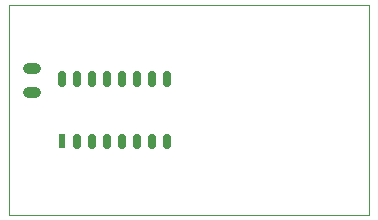
<source format=gtp>
G75*
%MOIN*%
%OFA0B0*%
%FSLAX25Y25*%
%IPPOS*%
%LPD*%
%AMOC8*
5,1,8,0,0,1.08239X$1,22.5*
%
%ADD10C,0.00000*%
%ADD11C,0.03564*%
%ADD12R,0.02362X0.05118*%
%ADD13C,0.02339*%
D10*
X0001250Y0001000D02*
X0001250Y0071000D01*
X0121250Y0071000D01*
X0121250Y0001000D01*
X0001250Y0001000D01*
D11*
X0009968Y0042032D02*
X0009968Y0042068D01*
X0009968Y0042032D02*
X0007532Y0042032D01*
X0007532Y0042068D01*
X0009968Y0042068D01*
X0009968Y0049932D02*
X0009968Y0049968D01*
X0009968Y0049932D02*
X0007532Y0049932D01*
X0007532Y0049968D01*
X0009968Y0049968D01*
D12*
X0018750Y0025567D03*
D13*
X0023762Y0026957D02*
X0023762Y0024177D01*
X0023738Y0024177D01*
X0023738Y0026957D01*
X0023762Y0026957D01*
X0023762Y0026515D02*
X0023738Y0026515D01*
X0028762Y0026957D02*
X0028762Y0024177D01*
X0028738Y0024177D01*
X0028738Y0026957D01*
X0028762Y0026957D01*
X0028762Y0026515D02*
X0028738Y0026515D01*
X0033762Y0026957D02*
X0033762Y0024177D01*
X0033738Y0024177D01*
X0033738Y0026957D01*
X0033762Y0026957D01*
X0033762Y0026515D02*
X0033738Y0026515D01*
X0038762Y0026957D02*
X0038762Y0024177D01*
X0038738Y0024177D01*
X0038738Y0026957D01*
X0038762Y0026957D01*
X0038762Y0026515D02*
X0038738Y0026515D01*
X0043762Y0026957D02*
X0043762Y0024177D01*
X0043738Y0024177D01*
X0043738Y0026957D01*
X0043762Y0026957D01*
X0043762Y0026515D02*
X0043738Y0026515D01*
X0048762Y0026957D02*
X0048762Y0024177D01*
X0048738Y0024177D01*
X0048738Y0026957D01*
X0048762Y0026957D01*
X0048762Y0026515D02*
X0048738Y0026515D01*
X0053762Y0026957D02*
X0053762Y0024177D01*
X0053738Y0024177D01*
X0053738Y0026957D01*
X0053762Y0026957D01*
X0053762Y0026515D02*
X0053738Y0026515D01*
X0053762Y0045043D02*
X0053762Y0047823D01*
X0053762Y0045043D02*
X0053738Y0045043D01*
X0053738Y0047823D01*
X0053762Y0047823D01*
X0053762Y0047381D02*
X0053738Y0047381D01*
X0048762Y0047823D02*
X0048762Y0045043D01*
X0048738Y0045043D01*
X0048738Y0047823D01*
X0048762Y0047823D01*
X0048762Y0047381D02*
X0048738Y0047381D01*
X0043762Y0047823D02*
X0043762Y0045043D01*
X0043738Y0045043D01*
X0043738Y0047823D01*
X0043762Y0047823D01*
X0043762Y0047381D02*
X0043738Y0047381D01*
X0038762Y0047823D02*
X0038762Y0045043D01*
X0038738Y0045043D01*
X0038738Y0047823D01*
X0038762Y0047823D01*
X0038762Y0047381D02*
X0038738Y0047381D01*
X0033762Y0047823D02*
X0033762Y0045043D01*
X0033738Y0045043D01*
X0033738Y0047823D01*
X0033762Y0047823D01*
X0033762Y0047381D02*
X0033738Y0047381D01*
X0028762Y0047823D02*
X0028762Y0045043D01*
X0028738Y0045043D01*
X0028738Y0047823D01*
X0028762Y0047823D01*
X0028762Y0047381D02*
X0028738Y0047381D01*
X0023762Y0047823D02*
X0023762Y0045043D01*
X0023738Y0045043D01*
X0023738Y0047823D01*
X0023762Y0047823D01*
X0023762Y0047381D02*
X0023738Y0047381D01*
X0018762Y0047823D02*
X0018762Y0045043D01*
X0018738Y0045043D01*
X0018738Y0047823D01*
X0018762Y0047823D01*
X0018762Y0047381D02*
X0018738Y0047381D01*
M02*

</source>
